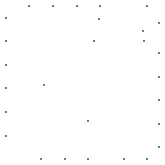
<source format=gbr>
%TF.GenerationSoftware,KiCad,Pcbnew,9.0.5*%
%TF.CreationDate,2025-11-24T08:28:51-05:00*%
%TF.ProjectId,temperature,74656d70-6572-4617-9475-72652e6b6963,rev?*%
%TF.SameCoordinates,Original*%
%TF.FileFunction,Plated,1,2,PTH,Drill*%
%TF.FilePolarity,Positive*%
%FSLAX46Y46*%
G04 Gerber Fmt 4.6, Leading zero omitted, Abs format (unit mm)*
G04 Created by KiCad (PCBNEW 9.0.5) date 2025-11-24 08:28:51*
%MOMM*%
%LPD*%
G01*
G04 APERTURE LIST*
%TA.AperFunction,ViaDrill*%
%ADD10C,0.300000*%
%TD*%
G04 APERTURE END LIST*
D10*
X98000000Y-82000000D03*
X98000000Y-84000000D03*
X98000000Y-86000000D03*
X98000000Y-88000000D03*
X98000000Y-90000000D03*
X98000000Y-92000000D03*
X100000000Y-81000000D03*
X101000000Y-94000000D03*
X101250000Y-87750000D03*
X102000000Y-81000000D03*
X103000000Y-94000000D03*
X104000000Y-81000000D03*
X105000000Y-90750000D03*
X105000000Y-94000000D03*
X105500000Y-84000000D03*
X105862502Y-82157499D03*
X106000000Y-81000000D03*
X108000000Y-94000000D03*
X109600000Y-83100000D03*
X109750000Y-84000000D03*
X110000000Y-81000000D03*
X110000000Y-94000000D03*
X111000000Y-82500000D03*
X111000000Y-85000000D03*
X111000000Y-87000000D03*
X111000000Y-89000000D03*
X111000000Y-91000000D03*
X111000000Y-93000000D03*
M02*

</source>
